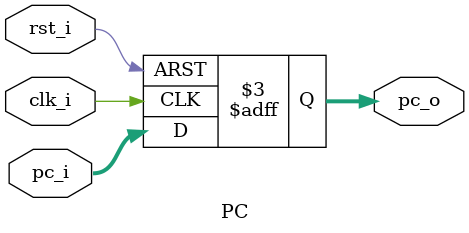
<source format=v>
module PC
(
    clk_i,
    rst_i,
    pc_i,
    pc_o
);

// Ports
input               clk_i;
input               rst_i;
input   [31:0]      pc_i;
output  [31:0]      pc_o;

// Wires & Registers
reg     [31:0]      pc_o;

// When rst_i is 0, the reset is activated: reset to 0
// On the contrary, when rst_i is 1, the reset is deactivated: not reset, simply update
always@(posedge clk_i or negedge rst_i) begin /* 
If I simply define clk_i or rst_i, then the hardware will think it should do the block whenever clk_i change from 0 to 1 or 1 to 0
 */
    if(~rst_i) begin
        pc_o <= 32'b0;
    end
    else begin
        pc_o <= pc_i;
    end
end

endmodule

</source>
